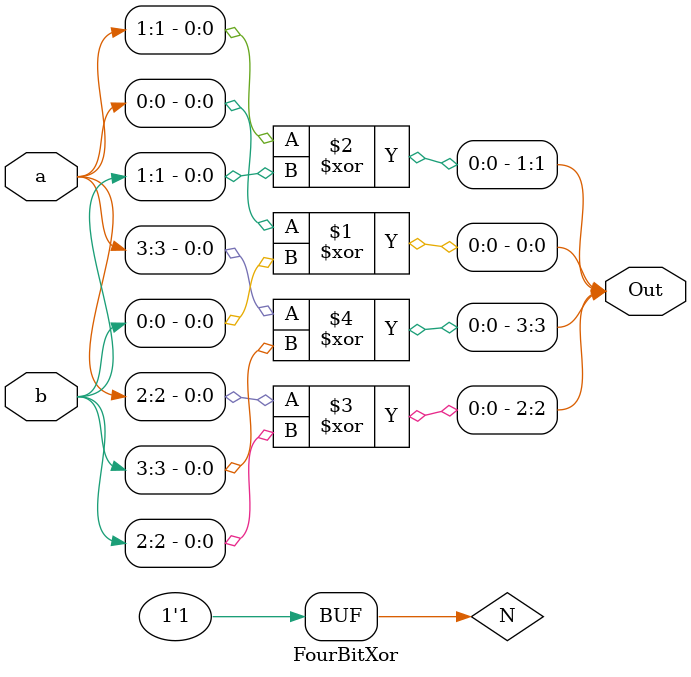
<source format=v>
module FourBitXor (a, b, Out);
	input [3:0] a;
	input [3:0] b;
	output [3:0] Out;
	wire [3:0] Z;
	wire [3:0] W;
	wire N = 1;
	wire [3:0] A;
	xor(Out[0], a[0], b[0]);
	xor(Out[1], a[1], b[1]);
	xor(Out[2], a[2], b[2]);	
	xor(Out[3], a[3], b[3]);
endmodule
</source>
